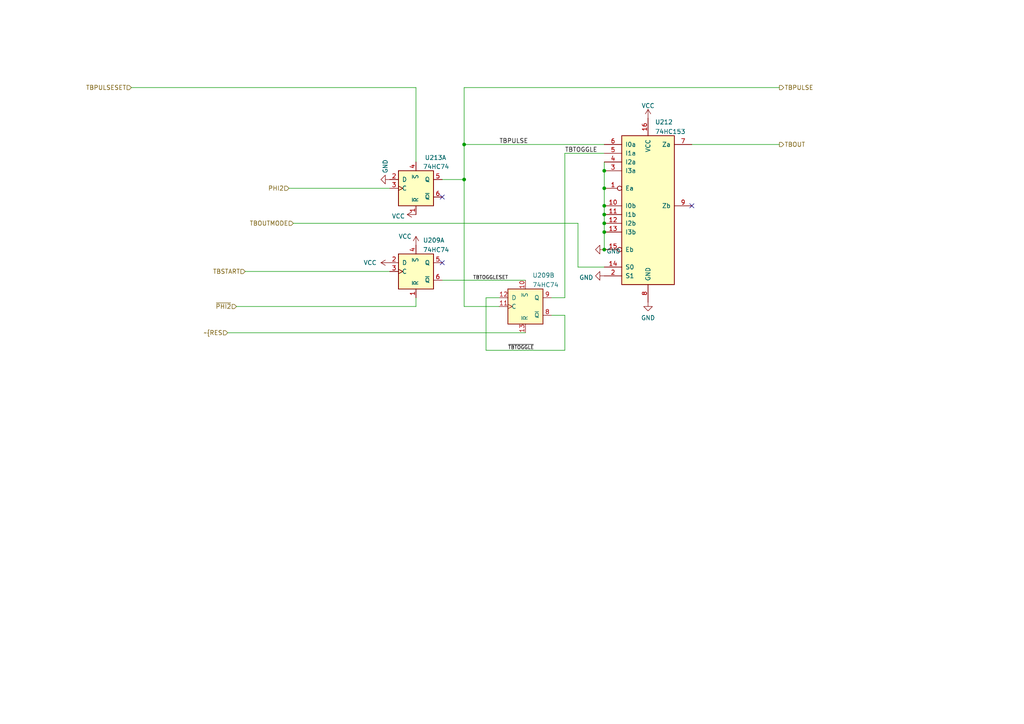
<source format=kicad_sch>
(kicad_sch (version 20211123) (generator eeschema)
  (paper "A4")
  (title_block (title "74HCT6526 Board 2") (date "2023-06-22") (rev "0.2.2") (company "Daniel Molina") (comment 1 "https://github.com/dmolinagarcia/74HCT6526"))
  (lib_symbols
    (symbol "74xx:74HC74" (pin_names (offset 1.016))
      (property "Reference" "U" (at -7.62 8.89 0))
      (property "Value" "74HC74" (at -7.62 -8.89 0))
      (symbol "74HC74_1_0"
        (pin input line (at 0 -7.62 90) (length 2.54) (name "~{R}") (number "1"))
        (pin input line (at -7.62 2.54 0) (length 2.54) (name "D") (number "2"))
        (pin input clock (at -7.62 0 0) (length 2.54) (name "C") (number "3"))
        (pin input line (at 0 7.62 270) (length 2.54) (name "~{S}") (number "4"))
        (pin output line (at 7.62 2.54 180) (length 2.54) (name "Q") (number "5"))
        (pin output line (at 7.62 -2.54 180) (length 2.54) (name "~{Q}") (number "6"))
      )
      (symbol "74HC74_1_1"
        (rectangle (start -5.08 5.08) (end 5.08 -5.08) (stroke (width 0.254)) (fill (type background)))
      )
      (symbol "74HC74_2_0"
        (pin input line (at 0 7.62 270) (length 2.54) (name "~{S}") (number "10"))
        (pin input clock (at -7.62 0 0) (length 2.54) (name "C") (number "11"))
        (pin input line (at -7.62 2.54 0) (length 2.54) (name "D") (number "12"))
        (pin input line (at 0 -7.62 90) (length 2.54) (name "~{R}") (number "13"))
        (pin output line (at 7.62 -2.54 180) (length 2.54) (name "~{Q}") (number "8"))
        (pin output line (at 7.62 2.54 180) (length 2.54) (name "Q") (number "9"))
      )
      (symbol "74HC74_2_1"
        (rectangle (start -5.08 5.08) (end 5.08 -5.08) (stroke (width 0.254)) (fill (type background)))
      )
      (symbol "74HC74_3_0"
        (pin power_in line (at 0 10.16 270) (length 2.54) (name "VCC") (number "14"))
        (pin power_in line (at 0 -10.16 90) (length 2.54) (name "GND") (number "7"))
      )
      (symbol "74HC74_3_1"
        (rectangle (start -5.08 7.62) (end 5.08 -7.62) (stroke (width 0.254)) (fill (type background)))
      )
    )
    (symbol "74xx:74LS153" (pin_names (offset 1.016))
      (property "Reference" "U" (at -7.62 21.59 0))
      (property "Value" "74LS153" (at -7.62 -24.13 0))
      (symbol "74LS153_1_0"
        (pin input inverted (at -12.7 5.08 0) (length 5.08) (name "Ea") (number "1"))
        (pin input line (at -12.7 0 0) (length 5.08) (name "I0b") (number "10"))
        (pin input line (at -12.7 -2.54 0) (length 5.08) (name "I1b") (number "11"))
        (pin input line (at -12.7 -5.08 0) (length 5.08) (name "I2b") (number "12"))
        (pin input line (at -12.7 -7.62 0) (length 5.08) (name "I3b") (number "13"))
        (pin input line (at -12.7 -17.78 0) (length 5.08) (name "S0") (number "14"))
        (pin input inverted (at -12.7 -12.7 0) (length 5.08) (name "Eb") (number "15"))
        (pin power_in line (at 0 25.4 270) (length 5.08) (name "VCC") (number "16"))
        (pin input line (at -12.7 -20.32 0) (length 5.08) (name "S1") (number "2"))
        (pin input line (at -12.7 10.16 0) (length 5.08) (name "I3a") (number "3"))
        (pin input line (at -12.7 12.7 0) (length 5.08) (name "I2a") (number "4"))
        (pin input line (at -12.7 15.24 0) (length 5.08) (name "I1a") (number "5"))
        (pin input line (at -12.7 17.78 0) (length 5.08) (name "I0a") (number "6"))
        (pin output line (at 12.7 17.78 180) (length 5.08) (name "Za") (number "7"))
        (pin power_in line (at 0 -27.94 90) (length 5.08) (name "GND") (number "8"))
        (pin output line (at 12.7 0 180) (length 5.08) (name "Zb") (number "9"))
      )
      (symbol "74LS153_1_1"
        (rectangle (start -7.62 20.32) (end 7.62 -22.86) (stroke (width 0.254)) (fill (type background)))
      )
    )
    (symbol "power:GND" (power) (pin_names (offset 0))
      (property "Value" "GND" (at 0 -3.81 0))
      (symbol "GND_0_1"
        (polyline (pts (xy 0 0) (xy 0 -1.27) (xy 1.27 -1.27) (xy 0 -2.54) (xy -1.27 -1.27) (xy 0 -1.27)))
      )
      (symbol "GND_1_1"
        (pin power_in line (at 0 0 270) (length 0) hide (name "GND") (number "1"))
      )
    )
    (symbol "power:VCC" (power) (pin_names (offset 0))
      (property "Value" "VCC" (at 0 3.81 0))
      (symbol "VCC_0_1"
        (polyline (pts (xy -0.762 1.27) (xy 0 2.54)))
        (polyline (pts (xy 0 0) (xy 0 2.54)))
        (polyline (pts (xy 0 2.54) (xy 0.762 1.27)))
      )
      (symbol "VCC_1_1"
        (pin power_in line (at 0 0 90) (length 0) hide (name "VCC") (number "1"))
      )
    )
  )
  (junction (at 175.26 64.77))
  (junction (at 175.26 62.23))
  (junction (at 175.26 72.39))
  (junction (at 175.26 67.31))
  (junction (at 175.26 49.53))
  (junction (at 134.62 52.07))
  (junction (at 175.26 54.61))
  (junction (at 134.62 41.91))
  (junction (at 175.26 59.69))
  (no_connect (at 200.66 59.69))
  (no_connect (at 128.27 57.15))
  (no_connect (at 128.27 76.2))
  (wire (pts (xy 167.64 77.47) (xy 175.26 77.47)))
  (wire (pts (xy 160.02 91.44) (xy 163.83 91.44)))
  (wire (pts (xy 163.83 91.44) (xy 163.83 101.6)))
  (wire (pts (xy 128.27 81.28) (xy 152.4 81.28)))
  (wire (pts (xy 83.82 54.61) (xy 113.03 54.61)))
  (wire (pts (xy 134.62 25.4) (xy 134.62 41.91)))
  (wire (pts (xy 134.62 41.91) (xy 134.62 52.07)))
  (wire (pts (xy 175.26 64.77) (xy 175.26 67.31)))
  (wire (pts (xy 120.65 88.9) (xy 120.65 86.36)))
  (wire (pts (xy 160.02 86.36) (xy 163.83 86.36)))
  (wire (pts (xy 175.26 59.69) (xy 175.26 62.23)))
  (wire (pts (xy 134.62 52.07) (xy 134.62 88.9)))
  (wire (pts (xy 71.12 78.74) (xy 113.03 78.74)))
  (wire (pts (xy 200.66 41.91) (xy 226.06 41.91)))
  (wire (pts (xy 163.83 44.45) (xy 163.83 86.36)))
  (wire (pts (xy 226.06 25.4) (xy 134.62 25.4)))
  (wire (pts (xy 175.26 62.23) (xy 175.26 64.77)))
  (wire (pts (xy 38.1 25.4) (xy 120.65 25.4)))
  (wire (pts (xy 128.27 52.07) (xy 134.62 52.07)))
  (wire (pts (xy 175.26 46.99) (xy 175.26 49.53)))
  (wire (pts (xy 140.97 86.36) (xy 144.78 86.36)))
  (wire (pts (xy 167.64 64.77) (xy 167.64 77.47)))
  (wire (pts (xy 68.58 88.9) (xy 120.65 88.9)))
  (wire (pts (xy 134.62 41.91) (xy 175.26 41.91)))
  (wire (pts (xy 140.97 101.6) (xy 140.97 86.36)))
  (wire (pts (xy 163.83 44.45) (xy 175.26 44.45)))
  (wire (pts (xy 85.09 64.77) (xy 167.64 64.77)))
  (wire (pts (xy 163.83 101.6) (xy 140.97 101.6)))
  (wire (pts (xy 175.26 67.31) (xy 175.26 72.39)))
  (wire (pts (xy 120.65 25.4) (xy 120.65 46.99)))
  (wire (pts (xy 175.26 49.53) (xy 175.26 54.61)))
  (wire (pts (xy 175.26 54.61) (xy 175.26 59.69)))
  (wire (pts (xy 152.4 96.52) (xy 66.04 96.52)))
  (wire (pts (xy 134.62 88.9) (xy 144.78 88.9)))
  (label "TBTOGGLE" (at 163.83 44.45 0))
  (label "~{TBTOGGLE}" (at 147.32 101.6 0) (effects (font (size 1.016 1.016))))
  (label "TBTOGGLESET" (at 137.16 81.28 0) (effects (font (size 1.016 1.016))))
  (label "TBPULSE" (at 144.78 41.91 0))
  (hierarchical_label "TBOUTMODE" (shape input) (at 85.09 64.77 180))
  (hierarchical_label "TBOUT" (shape output) (at 226.06 41.91 0))
  (hierarchical_label "~{RES" (shape input) (at 66.04 96.52 180))
  (hierarchical_label "~{PHI2}" (shape input) (at 68.58 88.9 180))
  (hierarchical_label "TBSTART" (shape input) (at 71.12 78.74 180))
  (hierarchical_label "TBPULSESET" (shape input) (at 38.1 25.4 180))
  (hierarchical_label "PHI2" (shape input) (at 83.82 54.61 180))
  (hierarchical_label "TBPULSE" (shape output) (at 226.06 25.4 0))
  (symbol (lib_id "power:VCC") (at 120.65 71.12 0) (unit 1)
    (property "Reference" "#PWR0334" (effects hide))
    (property "Value" "VCC" (at 115.57 68.58 0) (effects (justify left)))
  )
  (symbol (lib_id "74xx:74HC74") (at 120.65 78.74 0) (unit 1)
    (property "Reference" "U209" (at 122.6694 69.6935 0) (effects (justify left)))
    (property "Value" "74HC74" (at 122.6694 72.4686 0) (effects (justify left)))
    (property "Footprint" "Package_SO:SO-14_3.9x8.65mm_P1.27mm" (effects hide))
    (property "Datasheet" "74xx/74hc_hct74.pdf" (effects hide))
  )
  (symbol (lib_id "74xx:74HC74") (at 152.4 88.9 0) (unit 2)
    (property "Reference" "U209" (at 154.4194 79.8535 0) (effects (justify left)))
    (property "Value" "74HC74" (at 154.4194 82.6286 0) (effects (justify left)))
    (property "Footprint" "Package_SO:SO-14_3.9x8.65mm_P1.27mm" (effects hide))
    (property "Datasheet" "74xx/74hc_hct74.pdf" (effects hide))
  )
  (symbol (lib_id "power:GND") (at 175.26 72.39 270) (unit 1)
    (property "Reference" "#PWR0337" (effects hide))
    (property "Value" "GND" (at 175.895 72.869 90) (effects (justify left)))
  )
  (symbol (lib_id "74xx:74LS153") (at 187.96 59.69 0) (unit 1)
    (property "Reference" "U212" (at 189.9794 35.4035 0) (effects (justify left)))
    (property "Value" "74HC153" (at 189.9794 38.1786 0) (effects (justify left)))
    (property "Footprint" "Package_SO:SOIC-16_3.9x9.9mm_P1.27mm" (effects hide))
    (property "Datasheet" "http://www.ti.com/lit/gpn/sn74LS153" (effects hide))
  )
  (symbol (lib_id "power:GND") (at 113.03 52.07 270) (unit 1)
    (property "Reference" "#PWR0331" (effects hide))
    (property "Value" "GND" (at 111.76 48.26 0))
  )
  (symbol (lib_id "power:GND") (at 187.96 87.63 0) (unit 1)
    (property "Reference" "#PWR0341" (effects hide))
    (property "Value" "GND" (at 187.96 92.1925 0))
  )
  (symbol (lib_id "74xx:74HC74") (at 120.65 54.61 0) (unit 1)
    (property "Reference" "U213" (at 123.19 45.72 0) (effects (justify left)))
    (property "Value" "74HC74" (at 122.6694 48.3386 0) (effects (justify left)))
    (property "Footprint" "Package_SO:SO-14_3.9x8.65mm_P1.27mm" (effects hide))
    (property "Datasheet" "74xx/74hc_hct74.pdf" (effects hide))
  )
  (symbol (lib_id "power:VCC") (at 120.65 62.23 90) (unit 1)
    (property "Reference" "#PWR0333" (effects hide))
    (property "Value" "VCC" (at 117.475 62.709 90) (effects (justify left)))
  )
  (symbol (lib_id "power:GND") (at 175.26 80.01 270) (unit 1)
    (property "Reference" "#PWR0338" (effects hide))
    (property "Value" "GND" (at 172.0851 80.489 90) (effects (justify right)))
  )
  (symbol (lib_id "power:VCC") (at 187.96 34.29 0) (unit 1)
    (property "Reference" "#PWR0340" (effects hide))
    (property "Value" "VCC" (at 187.96 30.6855 0))
  )
  (symbol (lib_id "power:VCC") (at 113.03 76.2 90) (unit 1)
    (property "Reference" "#PWR0332" (effects hide))
    (property "Value" "VCC" (at 105.41 76.2 90) (effects (justify right)))
  )
)
</source>
